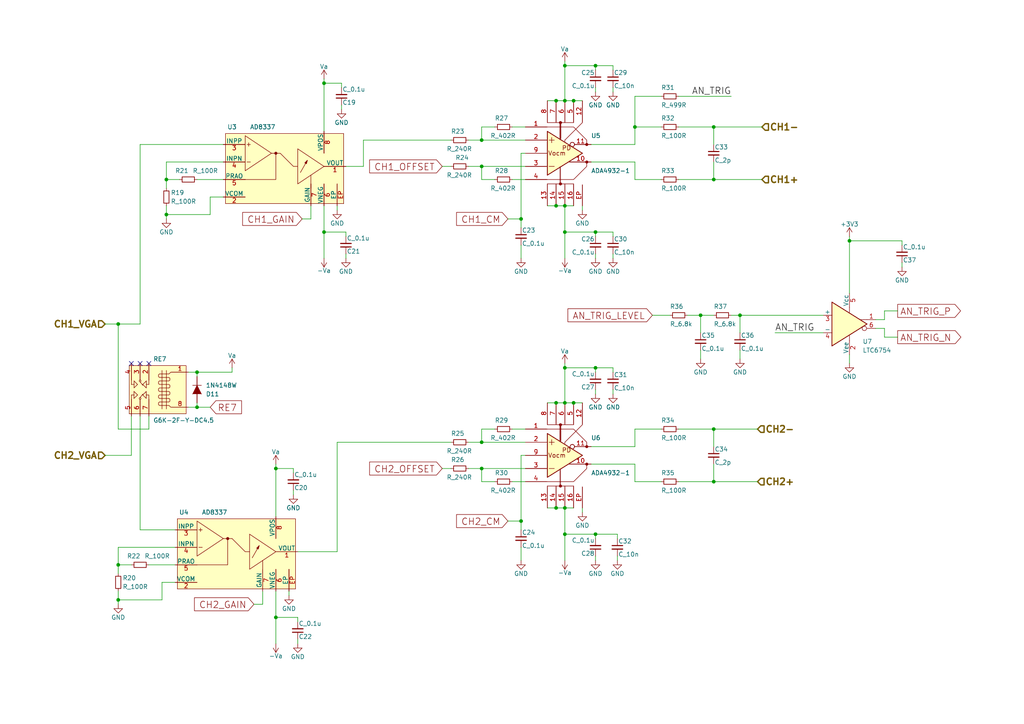
<source format=kicad_sch>
(kicad_sch (version 20231120) (generator "eeschema") (generator_version "8.0")
  (paper "A4")
  (title_block (title "Scopefun Oscilloscope") (rev "v2") (comment 1 "Copyright Dejan Priversek 2017") (comment 2 "Licensed under CERN OHL v.1.2"))
  (lib_symbols
    (symbol "ScopefunParts:+3.3V" (power) (pin_names (offset 0))
      (property "Value" "+3.3V" (at 0 3.556 0))
      (symbol "+3.3V_1_1"
        (pin power_in line (at 0 0 90) (length 0) hide (name "+3V3") (number "1"))
      )
    )
    (symbol "ScopefunParts:+Va" (power) (pin_names (offset 0))
      (property "Value" "+Va" (at 0 3.556 0))
      (symbol "+Va_1_1"
        (pin power_in line (at 0 0 90) (length 0) hide (name "Va") (number "1"))
      )
    )
    (symbol "ScopefunParts:-Va" (power) (pin_names (offset 0))
      (property "Value" "-Va" (at 0 3.556 0))
      (symbol "-Va_1_1"
        (pin power_in line (at 0 0 90) (length 0) hide (name "-Va") (number "1"))
      )
    )
    (symbol "ScopefunParts:1N4148W" (pin_numbers hide) (pin_names (offset 1.016) hide)
      (property "Reference" "D" (at 2.54 1.27 0))
      (property "Value" "1N4148W" (at 2.54 -1.27 0))
      (symbol "1N4148W_1_1"
        (pin passive line (at 0 -3.81 90) (length 2.54) (name "K") (number "1"))
        (pin passive line (at 0 3.81 270) (length 2.54) (name "A") (number "2"))
      )
    )
    (symbol "ScopefunParts:AD8337" (pin_names (offset 0))
      (property "Reference" "U" (at -15.24 12.7 0))
      (property "Value" "AD8337" (at -5.08 12.7 0))
      (symbol "AD8337_1_1"
        (pin output line (at 17.78 0 180) (length 6.35) (name "VOUT") (number "1"))
        (pin power_in line (at -17.78 -8.89 0) (length 6.35) (name "VCOM") (number "2"))
        (pin input line (at -17.78 6.35 0) (length 6.35) (name "INPP") (number "3"))
        (pin input line (at -17.78 1.27 0) (length 6.35) (name "INPN") (number "4"))
        (pin output line (at -17.78 -3.81 0) (length 6.35) (name "PRAO") (number "5"))
        (pin power_in line (at 11.43 -11.43 90) (length 6.35) (name "VNEG") (number "6"))
        (pin input line (at 7.62 -11.43 90) (length 6.35) (name "GAIN") (number "7"))
        (pin power_in line (at 11.43 10.16 270) (length 6.35) (name "VPOS") (number "8"))
        (pin passive line (at 15.24 -11.43 90) (length 6.35) (name "EP") (number "EP"))
      )
    )
    (symbol "ScopefunParts:ADA4932-1" (pin_names (offset 0) hide)
      (property "Reference" "U" (at 7.62 5.08 0))
      (property "Value" "ADA4932-1" (at 7.62 -5.08 0))
      (symbol "ADA4932-1_0_0"
        (text " PD" (at 0 1.524 0) (effects (font (size 1.27 1.27))))
      )
      (symbol "ADA4932-1_0_1"
        (pin power_in line (at -5.08 -15.24 90) (length 6.096) (name "-Vs") (number "13"))
        (pin power_in line (at -2.54 -15.24 90) (length 6.096) (name "-Vs") (number "14"))
        (pin power_in line (at 0 -15.24 90) (length 6.096) (name "-Vs") (number "15"))
        (pin power_in line (at 2.54 -15.24 90) (length 6.096) (name "-Vs") (number "16"))
        (pin power_in line (at 2.54 15.24 270) (length 6.096) (name "+Vs") (number "5"))
        (pin power_in line (at 0 15.24 270) (length 6.096) (name "+Vs") (number "6"))
        (pin power_in line (at -2.54 15.24 270) (length 6.096) (name "+Vs") (number "7"))
        (pin power_in line (at -5.08 15.24 270) (length 6.096) (name "+Vs") (number "8"))
      )
      (symbol "ADA4932-1_1_0"
        (text "Vocm" (at -2.286 0 0) (effects (font (size 1.27 1.27))))
      )
      (symbol "ADA4932-1_1_1"
        (pin output line (at -11.43 7.62 0) (length 6.096) (name "-FB") (number "1"))
        (pin output line (at 7.62 -2.54 180) (length 6.096) (name "+OUT") (number "10"))
        (pin output inverted (at 7.62 2.54 180) (length 6.096) (name "-OUT") (number "11"))
        (pin input line (at 5.08 15.24 270) (length 6.096) (name "r~{PD}") (number "12"))
        (pin input line (at -11.43 3.81 0) (length 6.096) (name "+IN") (number "2"))
        (pin input line (at -11.43 -3.81 0) (length 6.096) (name "-IN") (number "3"))
        (pin output line (at -11.43 -7.62 0) (length 6.096) (name "+FB") (number "4"))
        (pin input line (at -11.43 0 0) (length 6.096) (name "Vocm") (number "9"))
        (pin passive line (at 5.08 -15.24 90) (length 6.096) (name "EP") (number "EP"))
      )
    )
    (symbol "ScopefunParts:C_0.1u" (pin_numbers hide) (pin_names (offset 0.254) hide)
      (property "Reference" "C" (at 0.254 1.778 0))
      (property "Value" "C_0.1u" (at 0.254 -2.032 0))
      (symbol "C_0.1u_1_1"
        (pin passive line (at 0 2.54 270) (length 1.905) (name "~") (number "1"))
        (pin passive line (at 0 -2.54 90) (length 2.032) (name "~") (number "2"))
      )
    )
    (symbol "ScopefunParts:C_10n_0402" (pin_numbers hide) (pin_names (offset 0.254) hide)
      (property "Reference" "C" (at 0.254 1.778 0))
      (property "Value" "C_10n_0402" (at 0.254 -2.032 0))
      (symbol "C_10n_0402_1_1"
        (pin passive line (at 0 2.54 270) (length 1.905) (name "~") (number "1"))
        (pin passive line (at 0 -2.54 90) (length 2.032) (name "~") (number "2"))
      )
    )
    (symbol "ScopefunParts:C_2p" (pin_numbers hide) (pin_names (offset 0.254) hide)
      (property "Reference" "C" (at 0.254 1.778 0))
      (property "Value" "C_2p" (at 0.254 -2.032 0))
      (symbol "C_2p_1_1"
        (pin passive line (at 0 2.54 270) (length 1.905) (name "~") (number "1"))
        (pin passive line (at 0 -2.54 90) (length 2.032) (name "~") (number "2"))
      )
    )
    (symbol "ScopefunParts:G6K-2F-Y-DC4.5" (pin_names (offset 1.016) hide)
      (property "Reference" "RE" (at 0 10.16 0))
      (property "Value" "G6K-2F-Y-DC4.5" (at 0 -10.16 0))
      (symbol "G6K-2F-Y-DC4.5_1_1"
        (pin input line (at -8.89 -5.08 0) (length 4.826) (name "1") (number "1"))
        (pin passive line (at 2.54 -7.62 90) (length 4.826) (name "2") (number "2"))
        (pin passive line (at 5.08 -7.62 90) (length 4.826) (name "3") (number "3"))
        (pin passive line (at 7.62 -7.62 90) (length 4.826) (name "4") (number "4"))
        (pin passive line (at 7.62 7.62 270) (length 4.826) (name "5") (number "5"))
        (pin passive line (at 5.08 7.62 270) (length 4.826) (name "6") (number "6"))
        (pin passive line (at 2.54 7.62 270) (length 4.826) (name "7") (number "7"))
        (pin input line (at -8.89 5.08 0) (length 4.826) (name "8") (number "8"))
      )
    )
    (symbol "ScopefunParts:LTC6754" (pin_names (offset 0))
      (property "Reference" "U" (at 3.81 -5.08 0))
      (property "Value" "LTC6754" (at 3.81 -7.62 0))
      (symbol "LTC6754_0_1"
        (pin power_in line (at 0 -8.89 90) (length 4.064) (name "Vee") (number "2"))
      )
      (symbol "LTC6754_1_1"
        (pin output line (at 7.62 1.27 180) (length 2.54) (name "~") (number "1"))
        (pin input line (at -7.62 2.54 0) (length 2.54) (name "+") (number "3"))
        (pin input line (at -7.62 -2.54 0) (length 2.54) (name "-") (number "4"))
        (pin power_in line (at 0 8.89 270) (length 4.064) (name "Vcc") (number "5"))
        (pin output line (at 7.62 -1.27 180) (length 2.54) (name "~") (number "6"))
      )
    )
    (symbol "ScopefunParts:R_100R" (pin_numbers hide) (pin_names (offset 0.254) hide)
      (property "Reference" "R" (at 1.27 1.27 0))
      (property "Value" "R_100R" (at 1.27 -1.27 0))
      (symbol "R_100R_1_1"
        (pin passive line (at 0 2.54 270) (length 0.762) (name "~") (number "1"))
        (pin passive line (at 0 -2.54 90) (length 0.762) (name "~") (number "2"))
      )
    )
    (symbol "ScopefunParts:R_240R" (pin_numbers hide) (pin_names (offset 0.254) hide)
      (property "Reference" "R" (at 1.27 1.27 0))
      (property "Value" "R_240R" (at 1.27 -1.27 0))
      (symbol "R_240R_1_1"
        (pin passive line (at 0 2.54 270) (length 0.762) (name "~") (number "1"))
        (pin passive line (at 0 -2.54 90) (length 0.762) (name "~") (number "2"))
      )
    )
    (symbol "ScopefunParts:R_402R" (pin_numbers hide) (pin_names (offset 0.254) hide)
      (property "Reference" "R" (at 1.27 1.27 0))
      (property "Value" "R_402R" (at 1.27 -1.27 0))
      (symbol "R_402R_1_1"
        (pin passive line (at 0 2.54 270) (length 0.762) (name "~") (number "1"))
        (pin passive line (at 0 -2.54 90) (length 0.762) (name "~") (number "2"))
      )
    )
    (symbol "ScopefunParts:R_499R" (pin_numbers hide) (pin_names (offset 0.254) hide)
      (property "Reference" "R" (at 1.27 1.27 0))
      (property "Value" "R_499R" (at 1.27 -1.27 0))
      (symbol "R_499R_1_1"
        (pin passive line (at 0 2.54 270) (length 0.762) (name "~") (number "1"))
        (pin passive line (at 0 -2.54 90) (length 0.762) (name "~") (number "2"))
      )
    )
    (symbol "ScopefunParts:R_6.8k" (pin_numbers hide) (pin_names (offset 0.254) hide)
      (property "Reference" "R" (at 1.27 1.27 0))
      (property "Value" "R_6.8k" (at 1.27 -1.27 0))
      (symbol "R_6.8k_1_1"
        (pin passive line (at 0 2.54 270) (length 0.762) (name "~") (number "1"))
        (pin passive line (at 0 -2.54 90) (length 0.762) (name "~") (number "2"))
      )
    )
    (symbol "Scopefun_v2-rescue:GND" (power) (pin_names (offset 0))
      (property "Value" "GND" (at 0 -3.81 0))
      (symbol "GND_1_1"
        (pin power_in line (at 0 0 270) (length 0) hide (name "GND") (number "1"))
      )
    )
  )
  (junction (at 207.01 139.7))
  (junction (at 184.15 36.83))
  (junction (at 246.38 69.85))
  (junction (at 207.01 124.46))
  (junction (at 163.83 29.21))
  (junction (at 166.37 29.21))
  (junction (at 166.37 116.84))
  (junction (at 163.83 59.69))
  (junction (at 151.13 151.13))
  (junction (at 57.15 118.11))
  (junction (at 48.26 62.23))
  (junction (at 163.83 154.94))
  (junction (at 203.2 91.44))
  (junction (at 207.01 52.07))
  (junction (at 48.26 52.07))
  (junction (at 139.7 128.27))
  (junction (at 172.72 67.31))
  (junction (at 163.83 116.84))
  (junction (at 163.83 147.32))
  (junction (at 139.7 40.64))
  (junction (at 57.15 107.95))
  (junction (at 161.29 116.84))
  (junction (at 163.83 106.68))
  (junction (at 80.01 135.89))
  (junction (at 93.98 24.13))
  (junction (at 207.01 36.83))
  (junction (at 214.63 91.44))
  (junction (at 172.72 19.05))
  (junction (at 161.29 147.32))
  (junction (at 139.7 48.26))
  (junction (at 139.7 135.89))
  (junction (at 34.29 173.99))
  (junction (at 163.83 67.31))
  (junction (at 151.13 63.5))
  (junction (at 80.01 179.07))
  (junction (at 161.29 59.69))
  (junction (at 34.29 163.83))
  (junction (at 34.29 93.98))
  (junction (at 93.98 67.31))
  (junction (at 161.29 29.21))
  (junction (at 172.72 154.94))
  (junction (at 163.83 19.05))
  (junction (at 172.72 106.68))
  (no_connect (at 38.1 105.41))
  (no_connect (at 40.64 105.41))
  (no_connect (at 43.18 105.41))
  (wire (pts (xy 139.7 48.26) (xy 152.4 48.26)))
  (wire (pts (xy 80.01 171.45) (xy 80.01 179.07)))
  (wire (pts (xy 172.72 68.58) (xy 172.72 67.31)))
  (wire (pts (xy 214.63 91.44) (xy 214.63 96.52)))
  (wire (pts (xy 161.29 147.32) (xy 163.83 147.32)))
  (wire (pts (xy 54.61 107.95) (xy 57.15 107.95)))
  (wire (pts (xy 143.51 124.46) (xy 139.7 124.46)))
  (wire (pts (xy 214.63 91.44) (xy 238.76 91.44)))
  (wire (pts (xy 158.75 59.69) (xy 161.29 59.69)))
  (wire (pts (xy 246.38 68.58) (xy 246.38 69.85)))
  (wire (pts (xy 196.85 139.7) (xy 207.01 139.7)))
  (wire (pts (xy 139.7 40.64) (xy 152.4 40.64)))
  (wire (pts (xy 177.8 19.05) (xy 177.8 20.32)))
  (wire (pts (xy 163.83 116.84) (xy 163.83 106.68)))
  (wire (pts (xy 34.29 158.75) (xy 34.29 163.83)))
  (wire (pts (xy 97.79 160.02) (xy 97.79 128.27)))
  (wire (pts (xy 139.7 135.89) (xy 152.4 135.89)))
  (wire (pts (xy 130.81 48.26) (xy 128.27 48.26)))
  (wire (pts (xy 54.61 118.11) (xy 57.15 118.11)))
  (wire (pts (xy 139.7 52.07) (xy 139.7 48.26)))
  (wire (pts (xy 207.01 36.83) (xy 207.01 41.91)))
  (wire (pts (xy 80.01 135.89) (xy 80.01 149.86)))
  (wire (pts (xy 203.2 101.6) (xy 203.2 104.14)))
  (wire (pts (xy 57.15 107.95) (xy 67.31 107.95)))
  (wire (pts (xy 161.29 116.84) (xy 163.83 116.84)))
  (wire (pts (xy 191.77 36.83) (xy 184.15 36.83)))
  (wire (pts (xy 246.38 69.85) (xy 261.62 69.85)))
  (wire (pts (xy 40.64 120.65) (xy 40.64 153.67)))
  (wire (pts (xy 99.06 31.75) (xy 99.06 30.48)))
  (wire (pts (xy 38.1 132.08) (xy 38.1 120.65)))
  (wire (pts (xy 135.89 135.89) (xy 139.7 135.89)))
  (wire (pts (xy 163.83 147.32) (xy 163.83 154.94)))
  (wire (pts (xy 93.98 24.13) (xy 93.98 38.1)))
  (wire (pts (xy 151.13 132.08) (xy 151.13 151.13)))
  (wire (pts (xy 151.13 44.45) (xy 151.13 63.5)))
  (wire (pts (xy 46.99 173.99) (xy 34.29 173.99)))
  (wire (pts (xy 256.54 97.79) (xy 260.35 97.79)))
  (wire (pts (xy 261.62 69.85) (xy 261.62 71.12)))
  (wire (pts (xy 139.7 124.46) (xy 139.7 128.27)))
  (wire (pts (xy 30.48 93.98) (xy 34.29 93.98)))
  (wire (pts (xy 52.07 52.07) (xy 48.26 52.07)))
  (wire (pts (xy 184.15 129.54) (xy 171.45 129.54)))
  (wire (pts (xy 191.77 27.94) (xy 184.15 27.94)))
  (wire (pts (xy 158.75 116.84) (xy 161.29 116.84)))
  (wire (pts (xy 163.83 19.05) (xy 172.72 19.05)))
  (wire (pts (xy 57.15 118.11) (xy 60.96 118.11)))
  (wire (pts (xy 43.18 163.83) (xy 50.8 163.83)))
  (wire (pts (xy 34.29 173.99) (xy 34.29 175.26)))
  (wire (pts (xy 207.01 124.46) (xy 219.71 124.46)))
  (wire (pts (xy 172.72 67.31) (xy 177.8 67.31)))
  (wire (pts (xy 57.15 52.07) (xy 64.77 52.07)))
  (wire (pts (xy 67.31 107.95) (xy 67.31 106.68)))
  (wire (pts (xy 172.72 74.93) (xy 172.72 73.66)))
  (wire (pts (xy 184.15 46.99) (xy 171.45 46.99)))
  (wire (pts (xy 99.06 24.13) (xy 93.98 24.13)))
  (wire (pts (xy 246.38 69.85) (xy 246.38 85.09)))
  (wire (pts (xy 30.48 132.08) (xy 38.1 132.08)))
  (wire (pts (xy 191.77 139.7) (xy 184.15 139.7)))
  (wire (pts (xy 135.89 128.27) (xy 139.7 128.27)))
  (wire (pts (xy 172.72 19.05) (xy 172.72 20.32)))
  (wire (pts (xy 85.09 143.51) (xy 85.09 142.24)))
  (wire (pts (xy 139.7 139.7) (xy 139.7 135.89)))
  (wire (pts (xy 191.77 52.07) (xy 184.15 52.07)))
  (wire (pts (xy 184.15 139.7) (xy 184.15 134.62)))
  (wire (pts (xy 43.18 124.46) (xy 34.29 124.46)))
  (wire (pts (xy 168.91 59.69) (xy 168.91 60.96)))
  (wire (pts (xy 60.96 62.23) (xy 48.26 62.23)))
  (wire (pts (xy 86.36 160.02) (xy 97.79 160.02)))
  (wire (pts (xy 148.59 36.83) (xy 152.4 36.83)))
  (wire (pts (xy 151.13 132.08) (xy 152.4 132.08)))
  (wire (pts (xy 177.8 67.31) (xy 177.8 68.58)))
  (wire (pts (xy 184.15 36.83) (xy 184.15 41.91)))
  (wire (pts (xy 83.82 171.45) (xy 83.82 172.72)))
  (wire (pts (xy 199.39 91.44) (xy 203.2 91.44)))
  (wire (pts (xy 34.29 158.75) (xy 50.8 158.75)))
  (wire (pts (xy 48.26 52.07) (xy 48.26 54.61)))
  (wire (pts (xy 161.29 59.69) (xy 163.83 59.69)))
  (wire (pts (xy 196.85 36.83) (xy 207.01 36.83)))
  (wire (pts (xy 161.29 29.21) (xy 163.83 29.21)))
  (wire (pts (xy 261.62 76.2) (xy 261.62 77.47)))
  (wire (pts (xy 143.51 52.07) (xy 139.7 52.07)))
  (wire (pts (xy 86.36 179.07) (xy 80.01 179.07)))
  (wire (pts (xy 34.29 163.83) (xy 34.29 166.37)))
  (wire (pts (xy 177.8 73.66) (xy 177.8 74.93)))
  (wire (pts (xy 184.15 134.62) (xy 171.45 134.62)))
  (wire (pts (xy 166.37 29.21) (xy 168.91 29.21)))
  (wire (pts (xy 224.79 96.52) (xy 238.76 96.52)))
  (wire (pts (xy 184.15 41.91) (xy 171.45 41.91)))
  (wire (pts (xy 214.63 101.6) (xy 214.63 104.14)))
  (wire (pts (xy 184.15 27.94) (xy 184.15 36.83)))
  (wire (pts (xy 143.51 36.83) (xy 139.7 36.83)))
  (wire (pts (xy 163.83 154.94) (xy 172.72 154.94)))
  (wire (pts (xy 76.2 171.45) (xy 76.2 175.26)))
  (wire (pts (xy 38.1 163.83) (xy 34.29 163.83)))
  (wire (pts (xy 179.07 154.94) (xy 179.07 156.21)))
  (wire (pts (xy 184.15 52.07) (xy 184.15 46.99)))
  (wire (pts (xy 163.83 59.69) (xy 166.37 59.69)))
  (wire (pts (xy 172.72 106.68) (xy 177.8 106.68)))
  (wire (pts (xy 172.72 106.68) (xy 172.72 107.95)))
  (wire (pts (xy 203.2 91.44) (xy 207.01 91.44)))
  (wire (pts (xy 57.15 116.84) (xy 57.15 118.11)))
  (wire (pts (xy 143.51 139.7) (xy 139.7 139.7)))
  (wire (pts (xy 196.85 52.07) (xy 207.01 52.07)))
  (wire (pts (xy 57.15 107.95) (xy 57.15 109.22)))
  (wire (pts (xy 90.17 59.69) (xy 90.17 63.5)))
  (wire (pts (xy 93.98 67.31) (xy 93.98 74.93)))
  (wire (pts (xy 172.72 19.05) (xy 177.8 19.05)))
  (wire (pts (xy 172.72 156.21) (xy 172.72 154.94)))
  (wire (pts (xy 148.59 139.7) (xy 152.4 139.7)))
  (wire (pts (xy 80.01 134.62) (xy 80.01 135.89)))
  (wire (pts (xy 85.09 137.16) (xy 85.09 135.89)))
  (wire (pts (xy 163.83 154.94) (xy 163.83 162.56)))
  (wire (pts (xy 177.8 25.4) (xy 177.8 26.67)))
  (wire (pts (xy 93.98 59.69) (xy 93.98 67.31)))
  (wire (pts (xy 207.01 134.62) (xy 207.01 139.7)))
  (wire (pts (xy 163.83 29.21) (xy 166.37 29.21)))
  (wire (pts (xy 128.27 135.89) (xy 130.81 135.89)))
  (wire (pts (xy 177.8 113.03) (xy 177.8 114.3)))
  (wire (pts (xy 163.83 116.84) (xy 166.37 116.84)))
  (wire (pts (xy 151.13 63.5) (xy 151.13 66.04)))
  (wire (pts (xy 196.85 124.46) (xy 207.01 124.46)))
  (wire (pts (xy 93.98 22.86) (xy 93.98 24.13)))
  (wire (pts (xy 184.15 124.46) (xy 184.15 129.54)))
  (wire (pts (xy 43.18 120.65) (xy 43.18 124.46)))
  (wire (pts (xy 163.83 29.21) (xy 163.83 19.05)))
  (wire (pts (xy 97.79 128.27) (xy 130.81 128.27)))
  (wire (pts (xy 254 95.25) (xy 256.54 95.25)))
  (wire (pts (xy 105.41 40.64) (xy 105.41 48.26)))
  (wire (pts (xy 86.36 180.34) (xy 86.36 179.07)))
  (wire (pts (xy 203.2 96.52) (xy 203.2 91.44)))
  (wire (pts (xy 207.01 36.83) (xy 220.98 36.83)))
  (wire (pts (xy 168.91 147.32) (xy 168.91 148.59)))
  (wire (pts (xy 172.72 154.94) (xy 179.07 154.94)))
  (wire (pts (xy 148.59 52.07) (xy 152.4 52.07)))
  (wire (pts (xy 151.13 158.75) (xy 151.13 162.56)))
  (wire (pts (xy 40.64 153.67) (xy 50.8 153.67)))
  (wire (pts (xy 212.09 91.44) (xy 214.63 91.44)))
  (wire (pts (xy 90.17 63.5) (xy 87.63 63.5)))
  (wire (pts (xy 85.09 135.89) (xy 80.01 135.89)))
  (wire (pts (xy 152.4 44.45) (xy 151.13 44.45)))
  (wire (pts (xy 158.75 29.21) (xy 161.29 29.21)))
  (wire (pts (xy 256.54 90.17) (xy 260.35 90.17)))
  (wire (pts (xy 256.54 95.25) (xy 256.54 97.79)))
  (wire (pts (xy 40.64 93.98) (xy 40.64 41.91)))
  (wire (pts (xy 148.59 124.46) (xy 152.4 124.46)))
  (wire (pts (xy 86.36 186.69) (xy 86.36 185.42)))
  (wire (pts (xy 194.31 91.44) (xy 189.23 91.44)))
  (wire (pts (xy 46.99 168.91) (xy 46.99 173.99)))
  (wire (pts (xy 172.72 25.4) (xy 172.72 26.67)))
  (wire (pts (xy 191.77 124.46) (xy 184.15 124.46)))
  (wire (pts (xy 48.26 59.69) (xy 48.26 62.23)))
  (wire (pts (xy 196.85 27.94) (xy 212.09 27.94)))
  (wire (pts (xy 100.33 67.31) (xy 93.98 67.31)))
  (wire (pts (xy 207.01 52.07) (xy 220.98 52.07)))
  (wire (pts (xy 100.33 68.58) (xy 100.33 67.31)))
  (wire (pts (xy 151.13 63.5) (xy 147.32 63.5)))
  (wire (pts (xy 80.01 179.07) (xy 80.01 186.69)))
  (wire (pts (xy 50.8 168.91) (xy 46.99 168.91)))
  (wire (pts (xy 254 92.71) (xy 256.54 92.71)))
  (wire (pts (xy 179.07 161.29) (xy 179.07 162.56)))
  (wire (pts (xy 163.83 67.31) (xy 163.83 74.93)))
  (wire (pts (xy 151.13 71.12) (xy 151.13 74.93)))
  (wire (pts (xy 172.72 162.56) (xy 172.72 161.29)))
  (wire (pts (xy 139.7 36.83) (xy 139.7 40.64)))
  (wire (pts (xy 34.29 93.98) (xy 40.64 93.98)))
  (wire (pts (xy 34.29 124.46) (xy 34.29 93.98)))
  (wire (pts (xy 151.13 151.13) (xy 147.32 151.13)))
  (wire (pts (xy 163.83 19.05) (xy 163.83 17.78)))
  (wire (pts (xy 163.83 106.68) (xy 163.83 105.41)))
  (wire (pts (xy 97.79 59.69) (xy 97.79 60.96)))
  (wire (pts (xy 34.29 171.45) (xy 34.29 173.99)))
  (wire (pts (xy 105.41 48.26) (xy 100.33 48.26)))
  (wire (pts (xy 207.01 46.99) (xy 207.01 52.07)))
  (wire (pts (xy 60.96 57.15) (xy 60.96 62.23)))
  (wire (pts (xy 163.83 106.68) (xy 172.72 106.68)))
  (wire (pts (xy 207.01 139.7) (xy 219.71 139.7)))
  (wire (pts (xy 172.72 113.03) (xy 172.72 114.3)))
  (wire (pts (xy 48.26 46.99) (xy 48.26 52.07)))
  (wire (pts (xy 135.89 48.26) (xy 139.7 48.26)))
  (wire (pts (xy 40.64 41.91) (xy 64.77 41.91)))
  (wire (pts (xy 163.83 59.69) (xy 163.83 67.31)))
  (wire (pts (xy 135.89 40.64) (xy 139.7 40.64)))
  (wire (pts (xy 163.83 67.31) (xy 172.72 67.31)))
  (wire (pts (xy 100.33 74.93) (xy 100.33 73.66)))
  (wire (pts (xy 158.75 147.32) (xy 161.29 147.32)))
  (wire (pts (xy 130.81 40.64) (xy 105.41 40.64)))
  (wire (pts (xy 99.06 25.4) (xy 99.06 24.13)))
  (wire (pts (xy 177.8 106.68) (xy 177.8 107.95)))
  (wire (pts (xy 48.26 62.23) (xy 48.26 63.5)))
  (wire (pts (xy 166.37 116.84) (xy 168.91 116.84)))
  (wire (pts (xy 246.38 105.41) (xy 246.38 102.87)))
  (wire (pts (xy 48.26 46.99) (xy 64.77 46.99)))
  (wire (pts (xy 256.54 92.71) (xy 256.54 90.17)))
  (wire (pts (xy 151.13 151.13) (xy 151.13 153.67)))
  (wire (pts (xy 163.83 147.32) (xy 166.37 147.32)))
  (wire (pts (xy 207.01 124.46) (xy 207.01 129.54)))
  (wire (pts (xy 139.7 128.27) (xy 152.4 128.27)))
  (wire (pts (xy 64.77 57.15) (xy 60.96 57.15)))
  (wire (pts (xy 76.2 175.26) (xy 73.66 175.26)))
  (label "AN_TRIG" (at 224.79 96.52 0) (effects (font (size 1.905 1.905))))
  (label "AN_TRIG" (at 212.09 27.94 180) (effects (font (size 1.905 1.905))))
  (global_label "CH2_GAIN" (shape input) (at 73.66 175.26 180) (effects (font (size 1.905 1.905))) (property "Intersheetrefs" "${INTERSHEET_REFS}" (effects (hide yes))))
  (global_label "CH1_OFFSET" (shape input) (at 128.27 48.26 180) (effects (font (size 1.905 1.905))) (property "Intersheetrefs" "${INTERSHEET_REFS}" (effects (hide yes))))
  (global_label "AN_TRIG_N" (shape output) (at 260.35 97.79 0) (effects (font (size 1.905 1.905))) (property "Intersheetrefs" "${INTERSHEET_REFS}" (effects (hide yes))))
  (global_label "CH1_GAIN" (shape input) (at 87.63 63.5 180) (effects (font (size 1.905 1.905))) (property "Intersheetrefs" "${INTERSHEET_REFS}" (effects (hide yes))))
  (global_label "CH2_OFFSET" (shape input) (at 128.27 135.89 180) (effects (font (size 1.905 1.905))) (property "Intersheetrefs" "${INTERSHEET_REFS}" (effects (hide yes))))
  (global_label "AN_TRIG_LEVEL" (shape input) (at 189.23 91.44 180) (effects (font (size 1.905 1.905))) (property "Intersheetrefs" "${INTERSHEET_REFS}" (effects (hide yes))))
  (global_label "RE7" (shape input) (at 60.96 118.11 0) (effects (font (size 1.905 1.905))) (property "Intersheetrefs" "${INTERSHEET_REFS}" (effects (hide yes))))
  (global_label "AN_TRIG_P" (shape output) (at 260.35 90.17 0) (effects (font (size 1.905 1.905))) (property "Intersheetrefs" "${INTERSHEET_REFS}" (effects (hide yes))))
  (global_label "CH2_CM" (shape input) (at 147.32 151.13 180) (effects (font (size 1.905 1.905))) (property "Intersheetrefs" "${INTERSHEET_REFS}" (effects (hide yes))))
  (global_label "CH1_CM" (shape input) (at 147.32 63.5 180) (effects (font (size 1.905 1.905))) (property "Intersheetrefs" "${INTERSHEET_REFS}" (effects (hide yes))))
  (hierarchical_label "CH1-" (shape input) (at 220.98 36.83 0) (effects (font (size 1.905 1.905) (thickness 0.381) (bold yes))))
  (hierarchical_label "CH2+" (shape input) (at 219.71 139.7 0) (effects (font (size 1.905 1.905) (thickness 0.381) (bold yes))))
  (hierarchical_label "CH2-" (shape input) (at 219.71 124.46 0) (effects (font (size 1.905 1.905) (thickness 0.381) (bold yes))))
  (hierarchical_label "CH2_VGA" (shape input) (at 30.48 132.08 180) (effects (font (size 1.905 1.905) (thickness 0.381) (bold yes))))
  (hierarchical_label "CH1_VGA" (shape input) (at 30.48 93.98 180) (effects (font (size 1.905 1.905) (thickness 0.381) (bold yes))))
  (hierarchical_label "CH1+" (shape input) (at 220.98 52.07 0) (effects (font (size 1.905 1.905) (thickness 0.381) (bold yes))))
  (symbol (lib_id "ScopefunParts:AD8337") (at 82.55 48.26 0) (unit 1)
    (property "Reference" "U3" (at 67.31 36.83 0))
    (property "Value" "AD8337" (at 76.2 36.83 0))
    (property "Footprint" "ScopefunPackagesLibrary:CP-8-2" (effects (hide yes)))
    (property "Datasheet" "http://www.analog.com/media/en/technical-documentation/data-sheets/AD8337.pdf" (effects (hide yes)))
    (property "Description" "DC-Coupled VGA (voltage adjusted gain)" (effects (hide yes)))
    (property "MFG Part#" "AD8337BCPZ-REEL7" (effects (hide yes)))
  )
  (symbol (lib_id "ScopefunParts:+Va") (at 93.98 22.86 0) (mirror y) (unit 1)
    (property "Reference" "#PWR0477" (effects (hide yes)))
    (property "Value" "Va" (at 93.98 19.304 0))
  )
  (symbol (lib_id "ScopefunParts:-Va") (at 93.98 74.93 0) (mirror x) (unit 1)
    (property "Reference" "#PWR0485" (effects (hide yes)))
    (property "Value" "-Va" (at 93.98 78.486 0))
  )
  (symbol (lib_id "ScopefunParts:R_100R") (at 48.26 57.15 0) (unit 1)
    (property "Reference" "R19" (at 49.53 55.88 0) (effects (justify left)))
    (property "Value" "R_100R" (at 49.53 58.42 0) (effects (justify left)))
    (property "Footprint" "ScopefunPackagesLibrary:R_0603" (effects (hide yes)))
    (property "Datasheet" "http://industrial.panasonic.com/cdbs/www-data/pdf/AOA0000/AOA0000CE2.pdf" (effects (hide yes)))
    (property "Description" "RES SMD 1% 1/10W 0603" (effects (hide yes)))
    (property "MFG Part#" "ERJ-3EKF1000V" (effects (hide yes)))
  )
  (symbol (lib_id "ScopefunParts:R_100R") (at 54.61 52.07 270) (unit 1)
    (property "Reference" "R21" (at 50.8 49.53 90) (effects (justify left)))
    (property "Value" "R_100R" (at 55.88 49.53 90) (effects (justify left)))
    (property "Footprint" "ScopefunPackagesLibrary:R_0603" (effects (hide yes)))
    (property "Datasheet" "http://industrial.panasonic.com/cdbs/www-data/pdf/AOA0000/AOA0000CE2.pdf" (effects (hide yes)))
    (property "Description" "RES SMD 1% 1/10W 0603" (effects (hide yes)))
    (property "MFG Part#" "ERJ-3EKF1000V" (effects (hide yes)))
  )
  (symbol (lib_id "Scopefun_v2-rescue:GND") (at 48.26 63.5 0) (unit 1)
    (property "Reference" "#PWR0483" (effects (hide yes)))
    (property "Value" "GND" (at 48.26 67.31 0))
  )
  (symbol (lib_id "ScopefunParts:ADA4932-1") (at 163.83 44.45 0) (unit 1)
    (property "Reference" "U5" (at 171.45 39.37 0) (effects (justify left)))
    (property "Value" "ADA4932-1" (at 171.45 49.53 0) (effects (justify left)))
    (property "Footprint" "ScopefunPackagesLibrary:CP-16-2" (effects (hide yes)))
    (property "Datasheet" "http://www.analog.com/media/en/technical-documentation/data-sheets/ADA4932-1_4932-2.pdf" (effects (hide yes)))
    (property "Description" "Low Power Differential ADC Driver, -3 dB bandwidth of 560 MHz, G = 1" (effects (hide yes)))
    (property "MFG Part#" "ADA4932-1YCPZ-R7" (effects (hide yes)))
  )
  (symbol (lib_id "ScopefunParts:C_0.1u") (at 100.33 71.12 0) (mirror x) (unit 1)
    (property "Reference" "C21" (at 100.584 72.898 0) (effects (justify left)))
    (property "Value" "C_0.1u" (at 100.584 69.088 0) (effects (justify left)))
    (property "Footprint" "ScopefunPackagesLibrary:C_0603" (effects (hide yes)))
    (property "Description" "MLCC - SMD/SMT 0603 16V X7R 10%" (effects (hide yes)))
    (property "MFG Part#" "C0603C104K4RACTU" (effects (hide yes)))
  )
  (symbol (lib_id "Scopefun_v2-rescue:GND") (at 100.33 74.93 0) (mirror y) (unit 1)
    (property "Reference" "#PWR0486" (effects (hide yes)))
    (property "Value" "GND" (at 100.33 78.74 0))
  )
  (symbol (lib_id "ScopefunParts:C_0.1u") (at 99.06 27.94 0) (mirror x) (unit 1)
    (property "Reference" "C19" (at 99.314 29.718 0) (effects (justify left)))
    (property "Value" "C_0.1u" (at 99.314 25.908 0) (effects (justify left)))
    (property "Footprint" "ScopefunPackagesLibrary:C_0603" (effects (hide yes)))
    (property "Description" "MLCC - SMD/SMT 0603 16V X7R 10%" (effects (hide yes)))
    (property "MFG Part#" "C0603C104K4RACTU" (effects (hide yes)))
  )
  (symbol (lib_id "Scopefun_v2-rescue:GND") (at 99.06 31.75 0) (mirror y) (unit 1)
    (property "Reference" "#PWR0480" (effects (hide yes)))
    (property "Value" "GND" (at 99.06 35.56 0))
  )
  (symbol (lib_id "Scopefun_v2-rescue:GND") (at 97.79 60.96 0) (unit 1)
    (property "Reference" "#PWR0481" (effects (hide yes)))
    (property "Value" "GND" (at 97.79 64.77 0))
  )
  (symbol (lib_id "ScopefunParts:+Va") (at 163.83 17.78 0) (mirror y) (unit 1)
    (property "Reference" "#PWR0476" (effects (hide yes)))
    (property "Value" "Va" (at 163.83 14.224 0))
  )
  (symbol (lib_id "ScopefunParts:C_0.1u") (at 172.72 22.86 0) (mirror y) (unit 1)
    (property "Reference" "C25" (at 172.466 21.082 0) (effects (justify left)))
    (property "Value" "C_0.1u" (at 172.466 24.892 0) (effects (justify left)))
    (property "Footprint" "ScopefunPackagesLibrary:C_0603" (effects (hide yes)))
    (property "Description" "MLCC - SMD/SMT 0603 16V X7R 10%" (effects (hide yes)))
    (property "MFG Part#" "C0603C104K4RACTU" (effects (hide yes)))
  )
  (symbol (lib_id "Scopefun_v2-rescue:GND") (at 172.72 26.67 0) (mirror y) (unit 1)
    (property "Reference" "#PWR0478" (effects (hide yes)))
    (property "Value" "GND" (at 172.72 30.48 0))
  )
  (symbol (lib_id "Scopefun_v2-rescue:GND") (at 168.91 60.96 0) (unit 1)
    (property "Reference" "#PWR0482" (effects (hide yes)))
    (property "Value" "GND" (at 168.91 64.77 0))
  )
  (symbol (lib_id "ScopefunParts:-Va") (at 163.83 74.93 0) (mirror x) (unit 1)
    (property "Reference" "#PWR0488" (effects (hide yes)))
    (property "Value" "-Va" (at 163.83 78.486 0))
  )
  (symbol (lib_id "ScopefunParts:C_0.1u") (at 172.72 71.12 0) (mirror y) (unit 1)
    (property "Reference" "C26" (at 172.466 69.342 0) (effects (justify left)))
    (property "Value" "C_0.1u" (at 172.466 73.152 0) (effects (justify left)))
    (property "Footprint" "ScopefunPackagesLibrary:C_0603" (effects (hide yes)))
    (property "Description" "MLCC - SMD/SMT 0603 16V X7R 10%" (effects (hide yes)))
    (property "MFG Part#" "C0603C104K4RACTU" (effects (hide yes)))
  )
  (symbol (lib_id "Scopefun_v2-rescue:GND") (at 172.72 74.93 0) (mirror y) (unit 1)
    (property "Reference" "#PWR0489" (effects (hide yes)))
    (property "Value" "GND" (at 172.72 78.74 0))
  )
  (symbol (lib_id "ScopefunParts:AD8337") (at 68.58 160.02 0) (unit 1)
    (property "Reference" "U4" (at 53.34 148.59 0))
    (property "Value" "AD8337" (at 62.23 148.59 0))
    (property "Footprint" "ScopefunPackagesLibrary:CP-8-2" (effects (hide yes)))
    (property "Datasheet" "http://www.analog.com/media/en/technical-documentation/data-sheets/AD8337.pdf" (effects (hide yes)))
    (property "Description" "DC-Coupled VGA (voltage adjusted gain)" (effects (hide yes)))
    (property "MFG Part#" "AD8337BCPZ-REEL7" (effects (hide yes)))
  )
  (symbol (lib_id "ScopefunParts:+Va") (at 80.01 134.62 0) (mirror y) (unit 1)
    (property "Reference" "#PWR0499" (effects (hide yes)))
    (property "Value" "Va" (at 80.01 131.064 0))
  )
  (symbol (lib_id "ScopefunParts:-Va") (at 80.01 186.69 0) (mirror x) (unit 1)
    (property "Reference" "#PWR0508" (effects (hide yes)))
    (property "Value" "-Va" (at 80.01 190.246 0))
  )
  (symbol (lib_id "ScopefunParts:R_100R") (at 34.29 168.91 0) (unit 1)
    (property "Reference" "R20" (at 35.56 167.64 0) (effects (justify left)))
    (property "Value" "R_100R" (at 35.56 170.18 0) (effects (justify left)))
    (property "Footprint" "ScopefunPackagesLibrary:R_0603" (effects (hide yes)))
    (property "Datasheet" "http://industrial.panasonic.com/cdbs/www-data/pdf/AOA0000/AOA0000CE2.pdf" (effects (hide yes)))
    (property "Description" "RES SMD 1% 1/10W 0603" (effects (hide yes)))
    (property "MFG Part#" "ERJ-3EKF1000V" (effects (hide yes)))
  )
  (symbol (lib_id "ScopefunParts:R_100R") (at 40.64 163.83 270) (unit 1)
    (property "Reference" "R22" (at 36.83 161.29 90) (effects (justify left)))
    (property "Value" "R_100R" (at 41.91 161.29 90) (effects (justify left)))
    (property "Footprint" "ScopefunPackagesLibrary:R_0603" (effects (hide yes)))
    (property "Datasheet" "http://industrial.panasonic.com/cdbs/www-data/pdf/AOA0000/AOA0000CE2.pdf" (effects (hide yes)))
    (property "Description" "RES SMD 1% 1/10W 0603" (effects (hide yes)))
    (property "MFG Part#" "ERJ-3EKF1000V" (effects (hide yes)))
  )
  (symbol (lib_id "Scopefun_v2-rescue:GND") (at 34.29 175.26 0) (unit 1)
    (property "Reference" "#PWR0507" (effects (hide yes)))
    (property "Value" "GND" (at 34.29 179.07 0))
  )
  (symbol (lib_id "ScopefunParts:ADA4932-1") (at 163.83 132.08 0) (unit 1)
    (property "Reference" "U6" (at 171.45 127 0) (effects (justify left)))
    (property "Value" "ADA4932-1" (at 171.45 137.16 0) (effects (justify left)))
    (property "Footprint" "ScopefunPackagesLibrary:CP-16-2" (effects (hide yes)))
    (property "Datasheet" "http://www.analog.com/media/en/technical-documentation/data-sheets/ADA4932-1_4932-2.pdf" (effects (hide yes)))
    (property "Description" "Low Power Differential ADC Driver, -3 dB bandwidth of 560 MHz, G = 1" (effects (hide yes)))
    (property "MFG Part#" "ADA4932-1YCPZ-R7" (effects (hide yes)))
  )
  (symbol (lib_id "ScopefunParts:C_0.1u") (at 86.36 182.88 0) (mirror x) (unit 1)
    (property "Reference" "C22" (at 86.614 184.658 0) (effects (justify left)))
    (property "Value" "C_0.1u" (at 86.614 180.848 0) (effects (justify left)))
    (property "Footprint" "ScopefunPackagesLibrary:C_0603" (effects (hide yes)))
    (property "Description" "MLCC - SMD/SMT 0603 16V X7R 10%" (effects (hide yes)))
    (property "MFG Part#" "C0603C104K4RACTU" (effects (hide yes)))
  )
  (symbol (lib_id "Scopefun_v2-rescue:GND") (at 86.36 186.69 0) (mirror y) (unit 1)
    (property "Reference" "#PWR0509" (effects (hide yes)))
    (property "Value" "GND" (at 86.36 190.5 0))
  )
  (symbol (lib_id "ScopefunParts:C_0.1u") (at 85.09 139.7 0) (mirror x) (unit 1)
    (property "Reference" "C20" (at 85.344 141.478 0) (effects (justify left)))
    (property "Value" "C_0.1u" (at 85.344 137.668 0) (effects (justify left)))
    (property "Footprint" "ScopefunPackagesLibrary:C_0603" (effects (hide yes)))
    (property "Description" "MLCC - SMD/SMT 0603 16V X7R 10%" (effects (hide yes)))
    (property "MFG Part#" "C0603C104K4RACTU" (effects (hide yes)))
  )
  (symbol (lib_id "Scopefun_v2-rescue:GND") (at 85.09 143.51 0) (mirror y) (unit 1)
    (property "Reference" "#PWR0500" (effects (hide yes)))
    (property "Value" "GND" (at 85.09 147.32 0))
  )
  (symbol (lib_id "Scopefun_v2-rescue:GND") (at 83.82 172.72 0) (unit 1)
    (property "Reference" "#PWR0506" (effects (hide yes)))
    (property "Value" "GND" (at 83.82 176.53 0))
  )
  (symbol (lib_id "ScopefunParts:+Va") (at 163.83 105.41 0) (mirror y) (unit 1)
    (property "Reference" "#PWR0494" (effects (hide yes)))
    (property "Value" "Va" (at 163.83 101.854 0))
  )
  (symbol (lib_id "ScopefunParts:C_0.1u") (at 172.72 110.49 180) (unit 1)
    (property "Reference" "C27" (at 172.466 112.268 0) (effects (justify left)))
    (property "Value" "C_0.1u" (at 172.466 108.458 0) (effects (justify left)))
    (property "Footprint" "ScopefunPackagesLibrary:C_0603" (effects (hide yes)))
    (property "Description" "MLCC - SMD/SMT 0603 16V X7R 10%" (effects (hide yes)))
    (property "MFG Part#" "C0603C104K4RACTU" (effects (hide yes)))
  )
  (symbol (lib_id "Scopefun_v2-rescue:GND") (at 172.72 114.3 0) (mirror y) (unit 1)
    (property "Reference" "#PWR0497" (effects (hide yes)))
    (property "Value" "GND" (at 172.72 118.11 0))
  )
  (symbol (lib_id "Scopefun_v2-rescue:GND") (at 168.91 148.59 0) (unit 1)
    (property "Reference" "#PWR0501" (effects (hide yes)))
    (property "Value" "GND" (at 168.91 152.4 0))
  )
  (symbol (lib_id "ScopefunParts:-Va") (at 163.83 162.56 0) (mirror x) (unit 1)
    (property "Reference" "#PWR0503" (effects (hide yes)))
    (property "Value" "-Va" (at 163.83 166.116 0))
  )
  (symbol (lib_id "ScopefunParts:C_0.1u") (at 172.72 158.75 180) (unit 1)
    (property "Reference" "C28" (at 172.466 160.528 0) (effects (justify left)))
    (property "Value" "C_0.1u" (at 172.466 156.718 0) (effects (justify left)))
    (property "Footprint" "ScopefunPackagesLibrary:C_0603" (effects (hide yes)))
    (property "Description" "MLCC - SMD/SMT 0603 16V X7R 10%" (effects (hide yes)))
    (property "MFG Part#" "C0603C104K4RACTU" (effects (hide yes)))
  )
  (symbol (lib_id "Scopefun_v2-rescue:GND") (at 172.72 162.56 0) (mirror y) (unit 1)
    (property "Reference" "#PWR0504" (effects (hide yes)))
    (property "Value" "GND" (at 172.72 166.37 0))
  )
  (symbol (lib_id "ScopefunParts:C_0.1u") (at 261.62 73.66 0) (mirror x) (unit 1)
    (property "Reference" "C37" (at 261.874 75.438 0) (effects (justify left)))
    (property "Value" "C_0.1u" (at 261.874 71.628 0) (effects (justify left)))
    (property "Footprint" "ScopefunPackagesLibrary:C_0603" (effects (hide yes)))
    (property "Description" "MLCC - SMD/SMT 0603 16V X7R 10%" (effects (hide yes)))
    (property "MFG Part#" "C0603C104K4RACTU" (effects (hide yes)))
  )
  (symbol (lib_id "Scopefun_v2-rescue:GND") (at 261.62 77.47 0) (mirror y) (unit 1)
    (property "Reference" "#PWR0491" (effects (hide yes)))
    (property "Value" "GND" (at 261.62 81.28 0))
  )
  (symbol (lib_id "Scopefun_v2-rescue:GND") (at 246.38 105.41 0) (unit 1)
    (property "Reference" "#PWR0495" (effects (hide yes)))
    (property "Value" "GND" (at 246.38 109.22 0))
  )
  (symbol (lib_id "ScopefunParts:R_6.8k") (at 209.55 91.44 270) (mirror x) (unit 1)
    (property "Reference" "R37" (at 207.01 88.9 90) (effects (justify left)))
    (property "Value" "R_6.8k" (at 207.01 93.98 90) (effects (justify left)))
    (property "Footprint" "ScopefunPackagesLibrary:R_0603" (effects (hide yes)))
    (property "Datasheet" "http://industrial.panasonic.com/cdbs/www-data/pdf/AOA0000/AOA0000CE2.pdf" (effects (hide yes)))
    (property "Description" "RES SMD 1% 1/10W 0603" (effects (hide yes)))
    (property "MFG Part#" "ERJ-3EKF6801V" (effects (hide yes)))
  )
  (symbol (lib_id "ScopefunParts:R_6.8k") (at 196.85 91.44 270) (mirror x) (unit 1)
    (property "Reference" "R36" (at 194.31 88.9 90) (effects (justify left)))
    (property "Value" "R_6.8k" (at 194.31 93.98 90) (effects (justify left)))
    (property "Footprint" "ScopefunPackagesLibrary:R_0603" (effects (hide yes)))
    (property "Datasheet" "http://industrial.panasonic.com/cdbs/www-data/pdf/AOA0000/AOA0000CE2.pdf" (effects (hide yes)))
    (property "Description" "RES SMD 1% 1/10W 0603" (effects (hide yes)))
    (property "MFG Part#" "ERJ-3EKF6801V" (effects (hide yes)))
  )
  (symbol (lib_id "ScopefunParts:C_0.1u") (at 203.2 99.06 0) (unit 1)
    (property "Reference" "C35" (at 203.454 97.282 0) (effects (justify left)))
    (property "Value" "C_0.1u" (at 203.454 101.092 0) (effects (justify left)))
    (property "Footprint" "ScopefunPackagesLibrary:C_0603" (effects (hide yes)))
    (property "Description" "MLCC - SMD/SMT 0603 16V X7R 10%" (effects (hide yes)))
    (property "MFG Part#" "C0603C104K4RACTU" (effects (hide yes)))
  )
  (symbol (lib_id "ScopefunParts:C_0.1u") (at 214.63 99.06 0) (unit 1)
    (property "Reference" "C36" (at 214.884 97.282 0) (effects (justify left)))
    (property "Value" "C_0.1u" (at 214.884 101.092 0) (effects (justify left)))
    (property "Footprint" "ScopefunPackagesLibrary:C_0603" (effects (hide yes)))
    (property "Description" "MLCC - SMD/SMT 0603 16V X7R 10%" (effects (hide yes)))
    (property "MFG Part#" "C0603C104K4RACTU" (effects (hide yes)))
  )
  (symbol (lib_id "Scopefun_v2-rescue:GND") (at 214.63 104.14 0) (unit 1)
    (property "Reference" "#PWR0493" (effects (hide yes)))
    (property "Value" "GND" (at 214.63 107.95 0))
  )
  (symbol (lib_id "Scopefun_v2-rescue:GND") (at 203.2 104.14 0) (unit 1)
    (property "Reference" "#PWR0492" (effects (hide yes)))
    (property "Value" "GND" (at 203.2 107.95 0))
  )
  (symbol (lib_id "ScopefunParts:C_0.1u") (at 151.13 68.58 0) (unit 1)
    (property "Reference" "C23" (at 151.384 66.802 0) (effects (justify left)))
    (property "Value" "C_0.1u" (at 151.384 70.612 0) (effects (justify left)))
    (property "Footprint" "ScopefunPackagesLibrary:C_0603" (effects (hide yes)))
    (property "Description" "MLCC - SMD/SMT 0603 16V X7R 10%" (effects (hide yes)))
    (property "MFG Part#" "C0603C104K4RACTU" (effects (hide yes)))
  )
  (symbol (lib_id "Scopefun_v2-rescue:GND") (at 151.13 74.93 0) (unit 1)
    (property "Reference" "#PWR0487" (effects (hide yes)))
    (property "Value" "GND" (at 151.13 78.74 0))
  )
  (symbol (lib_id "ScopefunParts:C_0.1u") (at 151.13 156.21 0) (unit 1)
    (property "Reference" "C24" (at 151.384 154.432 0) (effects (justify left)))
    (property "Value" "C_0.1u" (at 151.384 158.242 0) (effects (justify left)))
    (property "Footprint" "ScopefunPackagesLibrary:C_0603" (effects (hide yes)))
    (property "Description" "MLCC - SMD/SMT 0603 16V X7R 10%" (effects (hide yes)))
    (property "MFG Part#" "C0603C104K4RACTU" (effects (hide yes)))
  )
  (symbol (lib_id "Scopefun_v2-rescue:GND") (at 151.13 162.56 0) (unit 1)
    (property "Reference" "#PWR0502" (effects (hide yes)))
    (property "Value" "GND" (at 151.13 166.37 0))
  )
  (symbol (lib_id "ScopefunParts:+3.3V") (at 246.38 68.58 0) (unit 1)
    (property "Reference" "#PWR0484" (effects (hide yes)))
    (property "Value" "+3V3" (at 246.38 65.024 0))
  )
  (symbol (lib_id "ScopefunParts:LTC6754") (at 246.38 93.98 0) (unit 1)
    (property "Reference" "U7" (at 250.19 99.06 0) (effects (justify left)))
    (property "Value" "LTC6754" (at 250.19 101.6 0) (effects (justify left)))
    (property "Footprint" "ScopefunPackagesLibrary:SC70-6" (effects (hide yes)))
    (property "Datasheet" "http://cds.linear.com/docs/en/datasheet/6754f.pdf" (effects (hide yes)))
    (property "Description" "Rail-to-Rail, High-Speed Comparator with LVDS Compatible Outputs" (effects (hide yes)))
    (property "MFG Part#" "LTC6754HSC6#TRMPBF" (effects (hide yes)))
  )
  (symbol (lib_id "ScopefunParts:G6K-2F-Y-DC4.5") (at 45.72 113.03 180) (unit 1)
    (property "Reference" "RE7" (at 44.45 104.14 0) (effects (justify right)))
    (property "Value" "G6K-2F-Y-DC4.5" (at 44.45 121.92 0) (effects (justify right)))
    (property "Footprint" "ScopefunPackagesLibrary:G6K-2F-Y" (effects (hide yes)))
    (property "Datasheet" "https://www.omron.com/ecb/products/pdf/en-g6k.pdf" (effects (hide yes)))
    (property "Description" "Low Signal Relays - PCB Gullwing NoLatch 3.2 DPDT 4.5VDC 100mW" (effects (hide yes)))
    (property "MFG Part#" "G6K-2F-Y-DC4.5" (effects (hide yes)))
  )
  (symbol (lib_id "ScopefunParts:+Va") (at 67.31 106.68 0) (mirror y) (unit 1)
    (property "Reference" "#PWR0496" (effects (hide yes)))
    (property "Value" "Va" (at 67.31 103.124 0))
  )
  (symbol (lib_id "ScopefunParts:R_499R") (at 194.31 27.94 270) (unit 1)
    (property "Reference" "R31" (at 191.77 25.4 90) (effects (justify left)))
    (property "Value" "R_499R" (at 191.77 30.48 90) (effects (justify left)))
    (property "Footprint" "ScopefunPackagesLibrary:R_0603" (effects (hide yes)))
    (property "Datasheet" "http://industrial.panasonic.com/cdbs/www-data/pdf/AOA0000/AOA0000CE2.pdf" (effects (hide yes)))
    (property "Description" "RES SMD 1% 1/10W 0603" (effects (hide yes)))
    (property "MFG Part#" "ERJ-3EKF4990V" (effects (hide yes)))
  )
  (symbol (lib_id "Scopefun_v2-rescue:GND") (at 177.8 26.67 0) (mirror y) (unit 1)
    (property "Reference" "#PWR0479" (effects (hide yes)))
    (property "Value" "GND" (at 177.8 30.48 0))
  )
  (symbol (lib_id "Scopefun_v2-rescue:GND") (at 177.8 74.93 0) (mirror y) (unit 1)
    (property "Reference" "#PWR0490" (effects (hide yes)))
    (property "Value" "GND" (at 177.8 78.74 0))
  )
  (symbol (lib_id "Scopefun_v2-rescue:GND") (at 177.8 114.3 0) (mirror y) (unit 1)
    (property "Reference" "#PWR0498" (effects (hide yes)))
    (property "Value" "GND" (at 177.8 118.11 0))
  )
  (symbol (lib_id "Scopefun_v2-rescue:GND") (at 179.07 162.56 0) (mirror y) (unit 1)
    (property "Reference" "#PWR0505" (effects (hide yes)))
    (property "Value" "GND" (at 179.07 166.37 0))
  )
  (symbol (lib_id "ScopefunParts:C_10n_0402") (at 177.8 71.12 0) (unit 1)
    (property "Reference" "C30" (at 178.054 69.342 0) (effects (justify left)))
    (property "Value" "C_10n" (at 178.054 73.152 0) (effects (justify left)))
    (property "Footprint" "ScopefunPackagesLibrary:C_0402" (effects (hide yes)))
    (property "Description" "MLCC - SMD/SMT 0402 50V X7R 10%" (effects (hide yes)))
    (property "MFG Part#" "885012205012" (effects (hide yes)))
  )
  (symbol (lib_id "ScopefunParts:C_10n_0402") (at 177.8 22.86 0) (unit 1)
    (property "Reference" "C29" (at 178.054 21.082 0) (effects (justify left)))
    (property "Value" "C_10n" (at 178.054 24.892 0) (effects (justify left)))
    (property "Footprint" "ScopefunPackagesLibrary:C_0402" (effects (hide yes)))
    (property "Description" "MLCC - SMD/SMT 0402 50V X7R 10%" (effects (hide yes)))
    (property "MFG Part#" "885012205012" (effects (hide yes)))
  )
  (symbol (lib_id "ScopefunParts:C_10n_0402") (at 177.8 110.49 0) (unit 1)
    (property "Reference" "C31" (at 178.054 108.712 0) (effects (justify left)))
    (property "Value" "C_10n" (at 178.054 112.522 0) (effects (justify left)))
    (property "Footprint" "ScopefunPackagesLibrary:C_0402" (effects (hide yes)))
    (property "Description" "MLCC - SMD/SMT 0402 50V X7R 10%" (effects (hide yes)))
    (property "MFG Part#" "885012205012" (effects (hide yes)))
  )
  (symbol (lib_id "ScopefunParts:C_10n_0402") (at 179.07 158.75 0) (unit 1)
    (property "Reference" "C32" (at 179.324 156.972 0) (effects (justify left)))
    (property "Value" "C_10n" (at 179.324 160.782 0) (effects (justify left)))
    (property "Footprint" "ScopefunPackagesLibrary:C_0402" (effects (hide yes)))
    (property "Description" "MLCC - SMD/SMT 0402 50V X7R 10%" (effects (hide yes)))
    (property "MFG Part#" "885012205012" (effects (hide yes)))
  )
  (symbol (lib_id "ScopefunParts:1N4148W") (at 57.15 113.03 0) (mirror x) (unit 1)
    (property "Reference" "D11" (at 59.69 114.3 0) (effects (justify left)))
    (property "Value" "1N4148W" (at 59.69 111.76 0) (effects (justify left)))
    (property "Footprint" "ScopefunPackagesLibrary:SOD123" (effects (hide yes)))
    (property "Datasheet" "https://www.diodes.com/datasheets/ds30086.pdf" (effects (hide yes)))
    (property "Description" "SURFACE MOUNT FAST SWITCHING DIODE 150mA" (effects (hide yes)))
    (property "MFG Part#" "1N4148W-7-F" (effects (hide yes)))
  )
  (symbol (lib_id "ScopefunParts:R_100R") (at 194.31 36.83 270) (unit 1)
    (property "Reference" "R32" (at 191.77 34.29 90) (effects (justify left)))
    (property "Value" "R_100R" (at 191.77 39.37 90) (effects (justify left)))
    (property "Footprint" "ScopefunPackagesLibrary:R_0603" (effects (hide yes)))
    (property "Datasheet" "https://industrial.panasonic.com/ww/products/resistors/chip-resistors/chip-resistors/precision-thick-film-chip-resistors/ERJ3EKF1000V" (effects (hide yes)))
    (property "Description" "RES SMD 1% 1/10W 0603" (effects (hide yes)))
    (property "MFG Part#" "ERJ-3EKF1000V" (effects (hide yes)))
  )
  (symbol (lib_id "ScopefunParts:R_100R") (at 194.31 52.07 270) (unit 1)
    (property "Reference" "R33" (at 191.77 49.53 90) (effects (justify left)))
    (property "Value" "R_100R" (at 191.77 54.61 90) (effects (justify left)))
    (property "Footprint" "ScopefunPackagesLibrary:R_0603" (effects (hide yes)))
    (property "Datasheet" "https://industrial.panasonic.com/ww/products/resistors/chip-resistors/chip-resistors/precision-thick-film-chip-resistors/ERJ3EKF1000V" (effects (hide yes)))
    (property "Description" "RES SMD 1% 1/10W 0603" (effects (hide yes)))
    (property "MFG Part#" "ERJ-3EKF1000V" (effects (hide yes)))
  )
  (symbol (lib_id "ScopefunParts:R_100R") (at 194.31 124.46 270) (unit 1)
    (property "Reference" "R34" (at 191.77 121.92 90) (effects (justify left)))
    (property "Value" "R_100R" (at 191.77 127 90) (effects (justify left)))
    (property "Footprint" "ScopefunPackagesLibrary:R_0603" (effects (hide yes)))
    (property "Datasheet" "https://industrial.panasonic.com/ww/products/resistors/chip-resistors/chip-resistors/precision-thick-film-chip-resistors/ERJ3EKF1000V" (effects (hide yes)))
    (property "Description" "RES SMD 1% 1/10W 0603" (effects (hide yes)))
    (property "MFG Part#" "ERJ-3EKF1000V" (effects (hide yes)))
  )
  (symbol (lib_id "ScopefunParts:R_100R") (at 194.31 139.7 270) (unit 1)
    (property "Reference" "R35" (at 191.77 137.16 90) (effects (justify left)))
    (property "Value" "R_100R" (at 191.77 142.24 90) (effects (justify left)))
    (property "Footprint" "ScopefunPackagesLibrary:R_0603" (effects (hide yes)))
    (property "Datasheet" "https://industrial.panasonic.com/ww/products/resistors/chip-resistors/chip-resistors/precision-thick-film-chip-resistors/ERJ3EKF1000V" (effects (hide yes)))
    (property "Description" "RES SMD 1% 1/10W 0603" (effects (hide yes)))
    (property "MFG Part#" "ERJ-3EKF1000V" (effects (hide yes)))
  )
  (symbol (lib_id "ScopefunParts:R_240R") (at 133.35 40.64 270) (unit 1)
    (property "Reference" "R23" (at 130.81 38.1 90) (effects (justify left)))
    (property "Value" "R_240R" (at 129.54 43.18 90) (effects (justify left)))
    (property "Footprint" "ScopefunPackagesLibrary:R_0603" (effects (hide yes)))
    (property "Datasheet" "http://industrial.panasonic.com/cdbs/www-data/pdf/AOA0000/AOA0000CE2.pdf" (effects (hide yes)))
    (property "Description" "RES SMD 1% 1/10W 0603" (effects (hide yes)))
    (property "MFG Part#" "ERJ-3EKF2400V" (effects (hide yes)))
  )
  (symbol (lib_id "ScopefunParts:R_240R") (at 133.35 48.26 270) (unit 1)
    (property "Reference" "R24" (at 132.08 45.72 90) (effects (justify left)))
    (property "Value" "R_240R" (at 129.54 50.8 90) (effects (justify left)))
    (property "Footprint" "ScopefunPackagesLibrary:R_0603" (effects (hide yes)))
    (property "Datasheet" "http://industrial.panasonic.com/cdbs/www-data/pdf/AOA0000/AOA0000CE2.pdf" (effects (hide yes)))
    (property "Description" "RES SMD 1% 1/10W 0603" (effects (hide yes)))
    (property "MFG Part#" "ERJ-3EKF2400V" (effects (hide yes)))
  )
  (symbol (lib_id "ScopefunParts:R_402R") (at 146.05 36.83 270) (unit 1)
    (property "Reference" "R27" (at 143.51 34.29 90) (effects (justify left)))
    (property "Value" "R_402R" (at 142.24 39.37 90) (effects (justify left)))
    (property "Footprint" "ScopefunPackagesLibrary:R_0603" (effects (hide yes)))
    (property "Datasheet" "http://industrial.panasonic.com/cdbs/www-data/pdf/AOA0000/AOA0000CE2.pdf" (effects (hide yes)))
    (property "Description" "RES SMD 1% 1/10W 0603" (effects (hide yes)))
    (property "MFG Part#" "ERJ-3EKF4020V" (effects (hide yes)))
  )
  (symbol (lib_id "ScopefunParts:R_402R") (at 146.05 52.07 270) (unit 1)
    (property "Reference" "R28" (at 143.51 49.53 90) (effects (justify left)))
    (property "Value" "R_402R" (at 142.24 54.61 90) (effects (justify left)))
    (property "Footprint" "ScopefunPackagesLibrary:R_0603" (effects (hide yes)))
    (property "Datasheet" "http://industrial.panasonic.com/cdbs/www-data/pdf/AOA0000/AOA0000CE2.pdf" (effects (hide yes)))
    (property "Description" "RES SMD 1% 1/10W 0603" (effects (hide yes)))
    (property "MFG Part#" "ERJ-3EKF4020V" (effects (hide yes)))
  )
  (symbol (lib_id "ScopefunParts:R_240R") (at 133.35 128.27 270) (unit 1)
    (property "Reference" "R25" (at 130.81 125.73 90) (effects (justify left)))
    (property "Value" "R_240R" (at 129.54 130.81 90) (effects (justify left)))
    (property "Footprint" "ScopefunPackagesLibrary:R_0603" (effects (hide yes)))
    (property "Datasheet" "http://industrial.panasonic.com/cdbs/www-data/pdf/AOA0000/AOA0000CE2.pdf" (effects (hide yes)))
    (property "Description" "RES SMD 1% 1/10W 0603" (effects (hide yes)))
    (property "MFG Part#" "ERJ-3EKF2400V" (effects (hide yes)))
  )
  (symbol (lib_id "ScopefunParts:R_240R") (at 133.35 135.89 270) (unit 1)
    (property "Reference" "R26" (at 130.81 133.35 90) (effects (justify left)))
    (property "Value" "R_240R" (at 129.54 138.43 90) (effects (justify left)))
    (property "Footprint" "ScopefunPackagesLibrary:R_0603" (effects (hide yes)))
    (property "Datasheet" "http://industrial.panasonic.com/cdbs/www-data/pdf/AOA0000/AOA0000CE2.pdf" (effects (hide yes)))
    (property "Description" "RES SMD 1% 1/10W 0603" (effects (hide yes)))
    (property "MFG Part#" "ERJ-3EKF2400V" (effects (hide yes)))
  )
  (symbol (lib_id "ScopefunParts:R_402R") (at 146.05 124.46 270) (unit 1)
    (property "Reference" "R29" (at 143.51 121.92 90) (effects (justify left)))
    (property "Value" "R_402R" (at 142.24 127 90) (effects (justify left)))
    (property "Footprint" "ScopefunPackagesLibrary:R_0603" (effects (hide yes)))
    (property "Datasheet" "http://industrial.panasonic.com/cdbs/www-data/pdf/AOA0000/AOA0000CE2.pdf" (effects (hide yes)))
    (property "Description" "RES SMD 1% 1/10W 0603" (effects (hide yes)))
    (property "MFG Part#" "ERJ-3EKF4020V" (effects (hide yes)))
  )
  (symbol (lib_id "ScopefunParts:R_402R") (at 146.05 139.7 270) (unit 1)
    (property "Reference" "R30" (at 143.51 137.16 90) (effects (justify left)))
    (property "Value" "R_402R" (at 142.24 142.24 90) (effects (justify left)))
    (property "Footprint" "ScopefunPackagesLibrary:R_0603" (effects (hide yes)))
    (property "Datasheet" "http://industrial.panasonic.com/cdbs/www-data/pdf/AOA0000/AOA0000CE2.pdf" (effects (hide yes)))
    (property "Description" "RES SMD 1% 1/10W 0603" (effects (hide yes)))
    (property "MFG Part#" "ERJ-3EKF4020V" (effects (hide yes)))
  )
  (symbol (lib_id "ScopefunParts:C_2p") (at 207.01 44.45 0) (unit 1)
    (property "Reference" "C33" (at 207.264 42.672 0) (effects (justify left)))
    (property "Value" "C_2p" (at 207.264 46.482 0) (effects (justify left)))
    (property "Footprint" "ScopefunPackagesLibrary:0603" (effects (hide yes)))
    (property "Description" "MLCC - SMD/SMT 0603 50V C0G 0.25P" (effects (hide yes)))
    (property "MFG Part#" "C1608C0G2A020C080AA" (effects (hide yes)))
  )
  (symbol (lib_id "ScopefunParts:C_2p") (at 207.01 132.08 0) (unit 1)
    (property "Reference" "C34" (at 207.264 130.302 0) (effects (justify left)))
    (property "Value" "C_2p" (at 207.264 134.112 0) (effects (justify left)))
    (property "Footprint" "ScopefunPackagesLibrary:0603" (effects (hide yes)))
    (property "Description" "MLCC - SMD/SMT 0603 50V C0G 0.25P" (effects (hide yes)))
    (property "MFG Part#" "C1608C0G2A020C080AA" (effects (hide yes)))
  )
)
</source>
